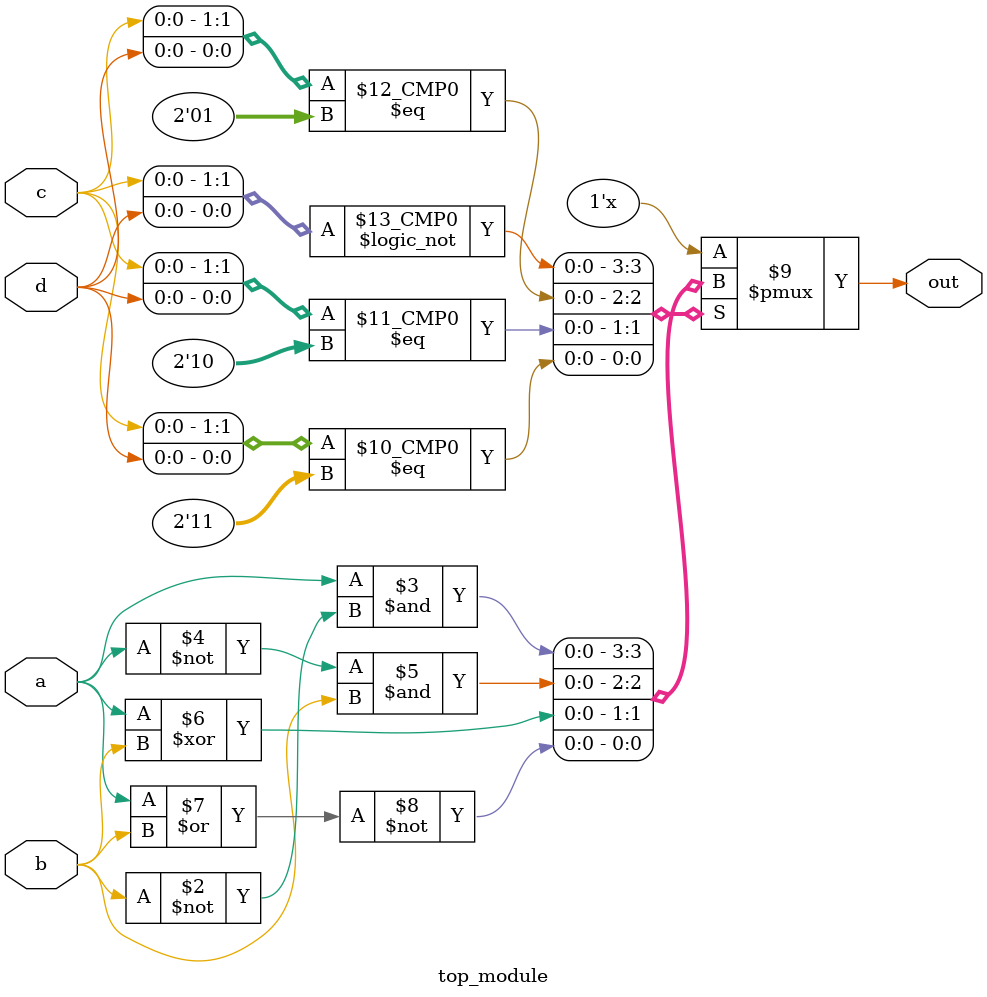
<source format=sv>
module top_module (
  input a, 
  input b,
  input c,
  input d,
  output reg out
);
  
always @(*)
begin
  case({c,d})
    2'b00: out = a & ~b;
    2'b01: out = ~a & b;
    2'b10: out = a ^ b;
    2'b11: out = ~(a | b);
  endcase
end

endmodule

</source>
